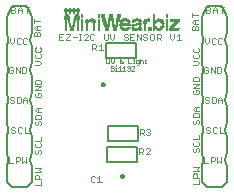
<source format=gto>
G75*
%MOIN*%
%OFA0B0*%
%FSLAX24Y24*%
%IPPOS*%
%LPD*%
%AMOC8*
5,1,8,0,0,1.08239X$1,22.5*
%
%ADD10C,0.0040*%
%ADD11C,0.0080*%
%ADD12C,0.0010*%
%ADD13C,0.0050*%
%ADD14C,0.0160*%
%ADD15C,0.0020*%
%ADD16R,0.0042X0.0007*%
%ADD17R,0.0035X0.0007*%
%ADD18R,0.0028X0.0007*%
%ADD19R,0.0099X0.0007*%
%ADD20R,0.0106X0.0007*%
%ADD21R,0.0092X0.0007*%
%ADD22R,0.0120X0.0007*%
%ADD23R,0.0113X0.0007*%
%ADD24R,0.0085X0.0007*%
%ADD25R,0.0333X0.0007*%
%ADD26R,0.0099X0.0007*%
%ADD27R,0.0106X0.0007*%
%ADD28R,0.0092X0.0007*%
%ADD29R,0.0163X0.0007*%
%ADD30R,0.0149X0.0007*%
%ADD31R,0.0092X0.0007*%
%ADD32R,0.0127X0.0007*%
%ADD33R,0.0333X0.0007*%
%ADD34R,0.0099X0.0007*%
%ADD35R,0.0106X0.0007*%
%ADD36R,0.0092X0.0007*%
%ADD37R,0.0113X0.0007*%
%ADD38R,0.0191X0.0007*%
%ADD39R,0.0177X0.0007*%
%ADD40R,0.0092X0.0007*%
%ADD41R,0.0149X0.0007*%
%ADD42R,0.0333X0.0007*%
%ADD43R,0.0120X0.0007*%
%ADD44R,0.0212X0.0007*%
%ADD45R,0.0191X0.0007*%
%ADD46R,0.0092X0.0007*%
%ADD47R,0.0177X0.0007*%
%ADD48R,0.0120X0.0007*%
%ADD49R,0.0234X0.0007*%
%ADD50R,0.0205X0.0007*%
%ADD51R,0.0099X0.0007*%
%ADD52R,0.0120X0.0007*%
%ADD53R,0.0092X0.0007*%
%ADD54R,0.0113X0.0007*%
%ADD55R,0.0120X0.0007*%
%ADD56R,0.0255X0.0007*%
%ADD57R,0.0220X0.0007*%
%ADD58R,0.0092X0.0007*%
%ADD59R,0.0106X0.0007*%
%ADD60R,0.0198X0.0007*%
%ADD61R,0.0333X0.0007*%
%ADD62R,0.0135X0.0007*%
%ADD63R,0.0127X0.0007*%
%ADD64R,0.0269X0.0007*%
%ADD65R,0.0326X0.0007*%
%ADD66R,0.0212X0.0007*%
%ADD67R,0.0135X0.0007*%
%ADD68R,0.0127X0.0007*%
%ADD69R,0.0127X0.0007*%
%ADD70R,0.0283X0.0007*%
%ADD71R,0.0333X0.0007*%
%ADD72R,0.0227X0.0007*%
%ADD73R,0.0135X0.0007*%
%ADD74R,0.0127X0.0007*%
%ADD75R,0.0290X0.0007*%
%ADD76R,0.0333X0.0007*%
%ADD77R,0.0135X0.0007*%
%ADD78R,0.0297X0.0007*%
%ADD79R,0.0340X0.0007*%
%ADD80R,0.0149X0.0007*%
%ADD81R,0.0135X0.0007*%
%ADD82R,0.0142X0.0007*%
%ADD83R,0.0312X0.0007*%
%ADD84R,0.0156X0.0007*%
%ADD85R,0.0340X0.0007*%
%ADD86R,0.0142X0.0007*%
%ADD87R,0.0120X0.0007*%
%ADD88R,0.0142X0.0007*%
%ADD89R,0.0326X0.0007*%
%ADD90R,0.0149X0.0007*%
%ADD91R,0.0142X0.0007*%
%ADD92R,0.0106X0.0007*%
%ADD93R,0.0127X0.0007*%
%ADD94R,0.0135X0.0007*%
%ADD95R,0.0113X0.0007*%
%ADD96R,0.0163X0.0007*%
%ADD97R,0.0163X0.0007*%
%ADD98R,0.0156X0.0007*%
%ADD99R,0.0113X0.0007*%
%ADD100R,0.0120X0.0007*%
%ADD101R,0.0163X0.0007*%
%ADD102R,0.0163X0.0007*%
%ADD103R,0.0085X0.0007*%
%ADD104R,0.0170X0.0007*%
%ADD105R,0.0177X0.0007*%
%ADD106R,0.0085X0.0007*%
%ADD107R,0.0078X0.0007*%
%ADD108R,0.0177X0.0007*%
%ADD109R,0.0106X0.0007*%
%ADD110R,0.0113X0.0007*%
%ADD111R,0.0085X0.0007*%
%ADD112R,0.0177X0.0007*%
%ADD113R,0.0085X0.0007*%
%ADD114R,0.0177X0.0007*%
%ADD115R,0.0177X0.0007*%
%ADD116R,0.0099X0.0007*%
%ADD117R,0.0184X0.0007*%
%ADD118R,0.0099X0.0007*%
%ADD119R,0.0368X0.0007*%
%ADD120R,0.0191X0.0007*%
%ADD121R,0.0368X0.0007*%
%ADD122R,0.0163X0.0007*%
%ADD123R,0.0184X0.0007*%
%ADD124R,0.0368X0.0007*%
%ADD125R,0.0290X0.0007*%
%ADD126R,0.0113X0.0007*%
%ADD127R,0.0085X0.0007*%
%ADD128R,0.0368X0.0007*%
%ADD129R,0.0276X0.0007*%
%ADD130R,0.0361X0.0007*%
%ADD131R,0.0255X0.0007*%
%ADD132R,0.0085X0.0007*%
%ADD133R,0.0361X0.0007*%
%ADD134R,0.0220X0.0007*%
%ADD135R,0.0361X0.0007*%
%ADD136R,0.0099X0.0007*%
%ADD137R,0.0106X0.0007*%
%ADD138R,0.0106X0.0007*%
%ADD139R,0.0120X0.0007*%
%ADD140R,0.0219X0.0007*%
%ADD141R,0.0142X0.0007*%
%ADD142R,0.0219X0.0007*%
%ADD143R,0.0312X0.0007*%
%ADD144R,0.0219X0.0007*%
%ADD145R,0.0347X0.0007*%
%ADD146R,0.0312X0.0007*%
%ADD147R,0.0304X0.0007*%
%ADD148R,0.0340X0.0007*%
%ADD149R,0.0312X0.0007*%
%ADD150R,0.0234X0.0007*%
%ADD151R,0.0297X0.0007*%
%ADD152R,0.0219X0.0007*%
%ADD153R,0.0312X0.0007*%
%ADD154R,0.0227X0.0007*%
%ADD155R,0.0283X0.0007*%
%ADD156R,0.0290X0.0007*%
%ADD157R,0.0269X0.0007*%
%ADD158R,0.0205X0.0007*%
%ADD159R,0.0184X0.0007*%
%ADD160R,0.0255X0.0007*%
%ADD161R,0.0198X0.0007*%
%ADD162R,0.0191X0.0007*%
%ADD163R,0.0184X0.0007*%
%ADD164R,0.0241X0.0007*%
%ADD165R,0.0255X0.0007*%
%ADD166R,0.0191X0.0007*%
%ADD167R,0.0198X0.0007*%
%ADD168R,0.0184X0.0007*%
%ADD169R,0.0234X0.0007*%
%ADD170R,0.0212X0.0007*%
%ADD171R,0.0184X0.0007*%
%ADD172R,0.0170X0.0007*%
%ADD173R,0.0170X0.0007*%
%ADD174R,0.0156X0.0007*%
%ADD175R,0.0035X0.0007*%
%ADD176R,0.0170X0.0007*%
%ADD177R,0.0042X0.0007*%
%ADD178R,0.0064X0.0007*%
%ADD179R,0.0028X0.0007*%
%ADD180R,0.0035X0.0007*%
%ADD181R,0.0156X0.0007*%
%ADD182R,0.0177X0.0007*%
%ADD183R,0.0170X0.0007*%
%ADD184R,0.0028X0.0007*%
%ADD185R,0.0028X0.0007*%
%ADD186R,0.0057X0.0007*%
%ADD187R,0.0057X0.0007*%
%ADD188R,0.0042X0.0007*%
%ADD189R,0.0043X0.0007*%
%ADD190R,0.0050X0.0007*%
%ADD191R,0.0050X0.0007*%
%ADD192R,0.0043X0.0007*%
%ADD193R,0.0043X0.0007*%
%ADD194R,0.0035X0.0007*%
%ADD195R,0.0035X0.0007*%
%ADD196R,0.0078X0.0007*%
%ADD197R,0.0064X0.0007*%
D10*
X001150Y001386D02*
X001283Y001386D01*
X001371Y001386D02*
X001371Y001586D01*
X001471Y001586D01*
X001504Y001553D01*
X001504Y001486D01*
X001471Y001453D01*
X001371Y001453D01*
X001150Y001386D02*
X001150Y001586D01*
X001592Y001586D02*
X001592Y001386D01*
X001659Y001453D01*
X001725Y001386D01*
X001725Y001586D01*
X002004Y001719D02*
X002038Y001685D01*
X002071Y001685D01*
X002104Y001719D01*
X002104Y001785D01*
X002138Y001819D01*
X002171Y001819D01*
X002204Y001785D01*
X002204Y001719D01*
X002171Y001685D01*
X002004Y001719D02*
X002004Y001785D01*
X002038Y001819D01*
X002038Y001906D02*
X002171Y001906D01*
X002204Y001940D01*
X002204Y002006D01*
X002171Y002040D01*
X002204Y002127D02*
X002204Y002261D01*
X002204Y002127D02*
X002004Y002127D01*
X002038Y002040D02*
X002004Y002006D01*
X002004Y001940D01*
X002038Y001906D01*
X001804Y002370D02*
X001671Y002370D01*
X001671Y002571D01*
X001583Y002537D02*
X001550Y002571D01*
X001483Y002571D01*
X001450Y002537D01*
X001450Y002404D01*
X001483Y002370D01*
X001550Y002370D01*
X001583Y002404D01*
X001362Y002404D02*
X001329Y002370D01*
X001262Y002370D01*
X001229Y002404D01*
X001262Y002470D02*
X001329Y002470D01*
X001362Y002437D01*
X001362Y002404D01*
X001262Y002470D02*
X001229Y002504D01*
X001229Y002537D01*
X001262Y002571D01*
X001329Y002571D01*
X001362Y002537D01*
X002012Y002679D02*
X002045Y002646D01*
X002079Y002646D01*
X002112Y002679D01*
X002112Y002746D01*
X002146Y002779D01*
X002179Y002779D01*
X002212Y002746D01*
X002212Y002679D01*
X002179Y002646D01*
X002012Y002679D02*
X002012Y002746D01*
X002045Y002779D01*
X002012Y002867D02*
X002012Y002967D01*
X002045Y003000D01*
X002179Y003000D01*
X002212Y002967D01*
X002212Y002867D01*
X002012Y002867D01*
X002079Y003088D02*
X002012Y003155D01*
X002079Y003221D01*
X002212Y003221D01*
X002112Y003221D02*
X002112Y003088D01*
X002079Y003088D02*
X002212Y003088D01*
X001765Y003394D02*
X001765Y003527D01*
X001698Y003594D01*
X001631Y003527D01*
X001631Y003394D01*
X001544Y003427D02*
X001544Y003561D01*
X001510Y003594D01*
X001410Y003594D01*
X001410Y003394D01*
X001510Y003394D01*
X001544Y003427D01*
X001631Y003494D02*
X001765Y003494D01*
X002012Y003624D02*
X002012Y003691D01*
X002045Y003724D01*
X002012Y003691D01*
X002012Y003624D01*
X002045Y003591D01*
X002179Y003591D01*
X002212Y003624D01*
X002212Y003691D01*
X002179Y003724D01*
X002112Y003724D01*
X002112Y003658D01*
X002112Y003724D01*
X002179Y003724D01*
X002212Y003691D01*
X002212Y003624D01*
X002179Y003591D01*
X002045Y003591D01*
X002012Y003624D01*
X002012Y003812D02*
X002212Y003945D01*
X002012Y003945D01*
X002212Y003945D01*
X002012Y003812D01*
X002212Y003812D01*
X002012Y003812D01*
X002012Y004033D02*
X002012Y004133D01*
X002045Y004166D01*
X002179Y004166D01*
X002212Y004133D01*
X002212Y004033D01*
X002012Y004033D01*
X002012Y004133D01*
X002045Y004166D01*
X002179Y004166D01*
X002212Y004133D01*
X002212Y004033D01*
X002012Y004033D01*
X001692Y004378D02*
X001592Y004378D01*
X001592Y004578D01*
X001692Y004578D01*
X001725Y004545D01*
X001725Y004412D01*
X001692Y004378D01*
X001504Y004378D02*
X001504Y004578D01*
X001371Y004578D02*
X001504Y004378D01*
X001371Y004378D02*
X001371Y004578D01*
X001283Y004545D02*
X001250Y004578D01*
X001183Y004578D01*
X001150Y004545D01*
X001150Y004412D01*
X001183Y004378D01*
X001250Y004378D01*
X001283Y004412D01*
X001283Y004478D01*
X001217Y004478D01*
X002016Y004660D02*
X002149Y004660D01*
X002216Y004727D01*
X002149Y004794D01*
X002016Y004794D01*
X002049Y004881D02*
X002183Y004881D01*
X002216Y004915D01*
X002216Y004981D01*
X002183Y005015D01*
X002183Y005102D02*
X002216Y005136D01*
X002216Y005202D01*
X002183Y005236D01*
X002049Y005236D02*
X002016Y005202D01*
X002016Y005136D01*
X002049Y005102D01*
X002183Y005102D01*
X002049Y005015D02*
X002016Y004981D01*
X002016Y004915D01*
X002049Y004881D01*
X001731Y005363D02*
X001665Y005363D01*
X001631Y005396D01*
X001631Y005529D01*
X001665Y005563D01*
X001731Y005563D01*
X001765Y005529D01*
X001765Y005396D02*
X001731Y005363D01*
X001544Y005396D02*
X001510Y005363D01*
X001444Y005363D01*
X001410Y005396D01*
X001410Y005529D01*
X001444Y005563D01*
X001510Y005563D01*
X001544Y005529D01*
X001323Y005563D02*
X001323Y005429D01*
X001256Y005363D01*
X001189Y005429D01*
X001189Y005563D01*
X002000Y005607D02*
X002000Y005707D01*
X002034Y005740D01*
X002067Y005740D01*
X002100Y005707D01*
X002100Y005607D01*
X002200Y005607D02*
X002000Y005607D01*
X002100Y005707D02*
X002134Y005740D01*
X002167Y005740D01*
X002200Y005707D01*
X002200Y005607D01*
X002200Y005828D02*
X002067Y005828D01*
X002000Y005895D01*
X002067Y005961D01*
X002200Y005961D01*
X002100Y005961D02*
X002100Y005828D01*
X002000Y006049D02*
X002000Y006182D01*
X002000Y006116D02*
X002200Y006116D01*
X001737Y006386D02*
X001737Y006586D01*
X001671Y006586D02*
X001804Y006586D01*
X001583Y006520D02*
X001583Y006386D01*
X001583Y006486D02*
X001450Y006486D01*
X001450Y006520D02*
X001450Y006386D01*
X001362Y006420D02*
X001329Y006386D01*
X001229Y006386D01*
X001229Y006586D01*
X001329Y006586D01*
X001362Y006553D01*
X001362Y006520D01*
X001329Y006486D01*
X001229Y006486D01*
X001329Y006486D02*
X001362Y006453D01*
X001362Y006420D01*
X001450Y006520D02*
X001516Y006586D01*
X001583Y006520D01*
X002835Y005683D02*
X002835Y005483D01*
X002969Y005483D01*
X003056Y005483D02*
X003190Y005483D01*
X003277Y005583D02*
X003411Y005583D01*
X003498Y005483D02*
X003565Y005483D01*
X003532Y005483D02*
X003532Y005683D01*
X003565Y005683D02*
X003498Y005683D01*
X003646Y005649D02*
X003679Y005683D01*
X003746Y005683D01*
X003779Y005649D01*
X003779Y005616D01*
X003646Y005483D01*
X003779Y005483D01*
X003867Y005516D02*
X003900Y005483D01*
X003967Y005483D01*
X004000Y005516D01*
X003867Y005516D02*
X003867Y005649D01*
X003900Y005683D01*
X003967Y005683D01*
X004000Y005649D01*
X004309Y005683D02*
X004309Y005516D01*
X004342Y005483D01*
X004409Y005483D01*
X004442Y005516D01*
X004442Y005683D01*
X004530Y005683D02*
X004530Y005549D01*
X004596Y005483D01*
X004663Y005549D01*
X004663Y005683D01*
X004972Y005649D02*
X004972Y005616D01*
X005005Y005583D01*
X005072Y005583D01*
X005105Y005549D01*
X005105Y005516D01*
X005072Y005483D01*
X005005Y005483D01*
X004972Y005516D01*
X004972Y005649D02*
X005005Y005683D01*
X005072Y005683D01*
X005105Y005649D01*
X005193Y005683D02*
X005193Y005483D01*
X005326Y005483D01*
X005414Y005483D02*
X005414Y005683D01*
X005547Y005483D01*
X005547Y005683D01*
X005635Y005649D02*
X005635Y005616D01*
X005668Y005583D01*
X005735Y005583D01*
X005768Y005549D01*
X005768Y005516D01*
X005735Y005483D01*
X005668Y005483D01*
X005635Y005516D01*
X005635Y005649D02*
X005668Y005683D01*
X005735Y005683D01*
X005768Y005649D01*
X005856Y005649D02*
X005856Y005516D01*
X005889Y005483D01*
X005956Y005483D01*
X005989Y005516D01*
X005989Y005649D01*
X005956Y005683D01*
X005889Y005683D01*
X005856Y005649D01*
X006077Y005683D02*
X006077Y005483D01*
X006077Y005549D02*
X006177Y005549D01*
X006210Y005583D01*
X006210Y005649D01*
X006177Y005683D01*
X006077Y005683D01*
X006143Y005549D02*
X006210Y005483D01*
X006519Y005549D02*
X006585Y005483D01*
X006652Y005549D01*
X006652Y005683D01*
X006740Y005616D02*
X006806Y005683D01*
X006806Y005483D01*
X006740Y005483D02*
X006873Y005483D01*
X006519Y005549D02*
X006519Y005683D01*
X007264Y005807D02*
X007264Y005907D01*
X007297Y005941D01*
X007331Y005941D01*
X007364Y005907D01*
X007364Y005807D01*
X007464Y005807D02*
X007264Y005807D01*
X007364Y005907D02*
X007398Y005941D01*
X007431Y005941D01*
X007464Y005907D01*
X007464Y005807D01*
X007464Y006028D02*
X007331Y006028D01*
X007264Y006095D01*
X007331Y006162D01*
X007464Y006162D01*
X007364Y006162D02*
X007364Y006028D01*
X007264Y006249D02*
X007264Y006383D01*
X007264Y006316D02*
X007464Y006316D01*
X007729Y006386D02*
X007829Y006386D01*
X007862Y006420D01*
X007862Y006453D01*
X007829Y006486D01*
X007729Y006486D01*
X007829Y006486D02*
X007862Y006520D01*
X007862Y006553D01*
X007829Y006586D01*
X007729Y006586D01*
X007729Y006386D01*
X007950Y006386D02*
X007950Y006520D01*
X008016Y006586D01*
X008083Y006520D01*
X008083Y006386D01*
X008083Y006486D02*
X007950Y006486D01*
X008171Y006586D02*
X008304Y006586D01*
X008237Y006586D02*
X008237Y006386D01*
X008231Y005563D02*
X008165Y005563D01*
X008131Y005529D01*
X008131Y005396D01*
X008165Y005363D01*
X008231Y005363D01*
X008265Y005396D01*
X008265Y005529D02*
X008231Y005563D01*
X008044Y005529D02*
X008010Y005563D01*
X007944Y005563D01*
X007910Y005529D01*
X007910Y005396D01*
X007944Y005363D01*
X008010Y005363D01*
X008044Y005396D01*
X007823Y005429D02*
X007823Y005563D01*
X007689Y005563D02*
X007689Y005429D01*
X007756Y005363D01*
X007823Y005429D01*
X007488Y005200D02*
X007488Y005133D01*
X007455Y005100D01*
X007321Y005100D01*
X007288Y005133D01*
X007288Y005200D01*
X007321Y005233D01*
X007455Y005233D02*
X007488Y005200D01*
X007455Y005012D02*
X007488Y004979D01*
X007488Y004912D01*
X007455Y004879D01*
X007321Y004879D01*
X007288Y004912D01*
X007288Y004979D01*
X007321Y005012D01*
X007288Y004791D02*
X007421Y004791D01*
X007488Y004725D01*
X007421Y004658D01*
X007288Y004658D01*
X007650Y004545D02*
X007650Y004412D01*
X007683Y004378D01*
X007750Y004378D01*
X007783Y004412D01*
X007783Y004478D01*
X007717Y004478D01*
X007783Y004545D02*
X007750Y004578D01*
X007683Y004578D01*
X007650Y004545D01*
X007871Y004578D02*
X007871Y004378D01*
X008004Y004378D02*
X008004Y004578D01*
X008092Y004578D02*
X008192Y004578D01*
X008225Y004545D01*
X008225Y004412D01*
X008192Y004378D01*
X008092Y004378D01*
X008092Y004578D01*
X008004Y004378D02*
X007871Y004578D01*
X007488Y004216D02*
X007455Y004249D01*
X007321Y004249D01*
X007288Y004216D01*
X007288Y004116D01*
X007488Y004116D01*
X007488Y004216D01*
X007488Y004028D02*
X007288Y004028D01*
X007288Y003895D02*
X007488Y004028D01*
X007488Y003895D02*
X007288Y003895D01*
X007321Y003807D02*
X007288Y003774D01*
X007288Y003707D01*
X007321Y003674D01*
X007455Y003674D01*
X007488Y003707D01*
X007488Y003774D01*
X007455Y003807D01*
X007388Y003807D01*
X007388Y003740D01*
X007689Y003561D02*
X007689Y003527D01*
X007723Y003494D01*
X007789Y003494D01*
X007823Y003461D01*
X007823Y003427D01*
X007789Y003394D01*
X007723Y003394D01*
X007689Y003427D01*
X007689Y003561D02*
X007723Y003594D01*
X007789Y003594D01*
X007823Y003561D01*
X007910Y003594D02*
X008010Y003594D01*
X008044Y003561D01*
X008044Y003427D01*
X008010Y003394D01*
X007910Y003394D01*
X007910Y003594D01*
X008131Y003527D02*
X008131Y003394D01*
X008131Y003494D02*
X008265Y003494D01*
X008265Y003527D02*
X008265Y003394D01*
X008265Y003527D02*
X008198Y003594D01*
X008131Y003527D01*
X007488Y003265D02*
X007354Y003265D01*
X007288Y003198D01*
X007354Y003131D01*
X007488Y003131D01*
X007455Y003044D02*
X007321Y003044D01*
X007288Y003010D01*
X007288Y002910D01*
X007488Y002910D01*
X007488Y003010D01*
X007455Y003044D01*
X007388Y003131D02*
X007388Y003265D01*
X007421Y002823D02*
X007455Y002823D01*
X007488Y002789D01*
X007488Y002723D01*
X007455Y002689D01*
X007388Y002723D02*
X007388Y002789D01*
X007421Y002823D01*
X007321Y002823D02*
X007288Y002789D01*
X007288Y002723D01*
X007321Y002689D01*
X007354Y002689D01*
X007388Y002723D01*
X007729Y002537D02*
X007729Y002504D01*
X007762Y002470D01*
X007829Y002470D01*
X007862Y002437D01*
X007862Y002404D01*
X007829Y002370D01*
X007762Y002370D01*
X007729Y002404D01*
X007729Y002537D02*
X007762Y002571D01*
X007829Y002571D01*
X007862Y002537D01*
X007950Y002537D02*
X007983Y002571D01*
X008050Y002571D01*
X008083Y002537D01*
X008171Y002571D02*
X008171Y002370D01*
X008304Y002370D01*
X008083Y002404D02*
X008050Y002370D01*
X007983Y002370D01*
X007950Y002404D01*
X007950Y002537D01*
X007488Y002320D02*
X007488Y002186D01*
X007288Y002186D01*
X007321Y002099D02*
X007288Y002065D01*
X007288Y001999D01*
X007321Y001965D01*
X007455Y001965D01*
X007488Y001999D01*
X007488Y002065D01*
X007455Y002099D01*
X007455Y001878D02*
X007421Y001878D01*
X007388Y001844D01*
X007388Y001778D01*
X007354Y001744D01*
X007321Y001744D01*
X007288Y001778D01*
X007288Y001844D01*
X007321Y001878D01*
X007455Y001878D02*
X007488Y001844D01*
X007488Y001778D01*
X007455Y001744D01*
X007650Y001586D02*
X007650Y001386D01*
X007783Y001386D01*
X007871Y001386D02*
X007871Y001586D01*
X007971Y001586D01*
X008004Y001553D01*
X008004Y001486D01*
X007971Y001453D01*
X007871Y001453D01*
X008092Y001386D02*
X008159Y001453D01*
X008225Y001386D01*
X008225Y001586D01*
X008092Y001586D02*
X008092Y001386D01*
X007488Y001257D02*
X007288Y001257D01*
X007421Y001190D02*
X007488Y001257D01*
X007421Y001190D02*
X007488Y001123D01*
X007288Y001123D01*
X007321Y001036D02*
X007388Y001036D01*
X007421Y001002D01*
X007421Y000902D01*
X007488Y000902D02*
X007288Y000902D01*
X007288Y001002D01*
X007321Y001036D01*
X007488Y000815D02*
X007488Y000681D01*
X007288Y000681D01*
X005854Y001689D02*
X005720Y001689D01*
X005854Y001823D01*
X005854Y001856D01*
X005820Y001889D01*
X005753Y001889D01*
X005720Y001856D01*
X005633Y001856D02*
X005633Y001789D01*
X005599Y001756D01*
X005499Y001756D01*
X005566Y001756D02*
X005633Y001689D01*
X005499Y001689D02*
X005499Y001889D01*
X005599Y001889D01*
X005633Y001856D01*
X005648Y002319D02*
X005582Y002386D01*
X005615Y002386D02*
X005648Y002419D01*
X005648Y002486D01*
X005615Y002519D01*
X005515Y002519D01*
X005515Y002319D01*
X005515Y002386D02*
X005615Y002386D01*
X005736Y002352D02*
X005769Y002319D01*
X005836Y002319D01*
X005869Y002352D01*
X005869Y002386D01*
X005836Y002419D01*
X005803Y002419D01*
X005836Y002419D02*
X005869Y002452D01*
X005869Y002486D01*
X005836Y002519D01*
X005769Y002519D01*
X005736Y002486D01*
X004287Y005162D02*
X004153Y005162D01*
X004220Y005162D02*
X004220Y005362D01*
X004153Y005295D01*
X004066Y005328D02*
X004066Y005262D01*
X004032Y005228D01*
X003932Y005228D01*
X003932Y005162D02*
X003932Y005362D01*
X004032Y005362D01*
X004066Y005328D01*
X003999Y005228D02*
X004066Y005162D01*
X003190Y005649D02*
X003056Y005516D01*
X003056Y005483D01*
X002902Y005583D02*
X002835Y005583D01*
X002835Y005683D02*
X002969Y005683D01*
X003056Y005683D02*
X003190Y005683D01*
X003190Y005649D01*
X005193Y005683D02*
X005326Y005683D01*
X005259Y005583D02*
X005193Y005583D01*
X001323Y003561D02*
X001289Y003594D01*
X001223Y003594D01*
X001189Y003561D01*
X001189Y003527D01*
X001223Y003494D01*
X001289Y003494D01*
X001323Y003461D01*
X001323Y003427D01*
X001289Y003394D01*
X001223Y003394D01*
X001189Y003427D01*
X002012Y001214D02*
X002212Y001214D01*
X002146Y001147D01*
X002212Y001080D01*
X002012Y001080D01*
X002045Y000993D02*
X002112Y000993D01*
X002146Y000959D01*
X002146Y000859D01*
X002212Y000859D02*
X002012Y000859D01*
X002012Y000959D01*
X002045Y000993D01*
X002212Y000772D02*
X002212Y000638D01*
X002012Y000638D01*
D11*
X001250Y000579D02*
X001079Y000750D01*
X001079Y001250D01*
X001132Y001500D01*
X001079Y001750D01*
X001079Y002250D01*
X001132Y002500D01*
X001079Y002750D01*
X001079Y003250D01*
X001132Y003500D01*
X001079Y003750D01*
X001079Y004250D01*
X001132Y004500D01*
X001079Y004750D01*
X001079Y005250D01*
X001132Y005500D01*
X001079Y005750D01*
X001079Y006250D01*
X001250Y006618D01*
X001750Y006618D01*
X001921Y006250D01*
X001921Y005750D01*
X001868Y005500D01*
X001921Y005250D01*
X001921Y004750D01*
X001868Y004500D01*
X001921Y004250D01*
X001921Y003750D01*
X001868Y003500D01*
X001921Y003250D01*
X001921Y002750D01*
X001868Y002500D01*
X001921Y002250D01*
X001921Y001750D01*
X001868Y001500D01*
X001921Y001250D01*
X001921Y000750D01*
X001750Y000579D01*
X001250Y000579D01*
X004429Y001435D02*
X005429Y001435D01*
X005429Y001935D01*
X004429Y001935D01*
X004429Y001435D01*
X004445Y002124D02*
X005445Y002124D01*
X005445Y002624D01*
X004445Y002624D01*
X004445Y002124D01*
X007579Y002250D02*
X007579Y001750D01*
X007632Y001500D01*
X007579Y001250D01*
X007579Y000750D01*
X007750Y000579D01*
X008250Y000579D01*
X008421Y000750D01*
X008421Y001250D01*
X008368Y001500D01*
X008421Y001750D01*
X008421Y002250D01*
X008368Y002500D01*
X008421Y002750D01*
X008421Y003250D01*
X008368Y003500D01*
X008421Y003750D01*
X008421Y004250D01*
X008368Y004500D01*
X008421Y004750D01*
X008421Y005250D01*
X008368Y005500D01*
X008421Y005750D01*
X008421Y006250D01*
X008250Y006618D01*
X007750Y006618D01*
X007579Y006250D01*
X007579Y005750D01*
X007632Y005500D01*
X007579Y005250D01*
X007579Y004750D01*
X007632Y004500D01*
X007579Y004250D01*
X007579Y003750D01*
X007632Y003500D01*
X007579Y003250D01*
X007579Y002750D01*
X007632Y002500D01*
X007579Y002250D01*
X005370Y004900D02*
X004370Y004900D01*
X004370Y005400D01*
X005370Y005400D01*
X005370Y004900D01*
D12*
X005304Y004879D02*
X005304Y004854D01*
X005304Y004804D02*
X005304Y004704D01*
X005279Y004704D02*
X005329Y004704D01*
X005377Y004729D02*
X005377Y004779D01*
X005402Y004804D01*
X005477Y004804D01*
X005477Y004679D01*
X005452Y004654D01*
X005427Y004654D01*
X005402Y004704D02*
X005477Y004704D01*
X005524Y004704D02*
X005524Y004854D01*
X005549Y004804D02*
X005524Y004779D01*
X005549Y004804D02*
X005599Y004804D01*
X005624Y004779D01*
X005624Y004704D01*
X005697Y004729D02*
X005722Y004704D01*
X005697Y004729D02*
X005697Y004829D01*
X005672Y004804D02*
X005722Y004804D01*
X005402Y004704D02*
X005377Y004729D01*
X005304Y004804D02*
X005279Y004804D01*
X005231Y004704D02*
X005131Y004704D01*
X005131Y004854D01*
X004937Y004754D02*
X004887Y004704D01*
X004862Y004704D01*
X004837Y004729D01*
X004837Y004754D01*
X004887Y004804D01*
X004887Y004829D01*
X004862Y004854D01*
X004837Y004829D01*
X004837Y004804D01*
X004937Y004704D01*
X004985Y004614D02*
X004985Y004464D01*
X004935Y004464D02*
X005035Y004464D01*
X005082Y004489D02*
X005107Y004464D01*
X005157Y004464D01*
X005182Y004489D01*
X005182Y004514D01*
X005157Y004539D01*
X005132Y004539D01*
X005157Y004539D02*
X005182Y004564D01*
X005182Y004589D01*
X005157Y004614D01*
X005107Y004614D01*
X005082Y004589D01*
X004985Y004614D02*
X004935Y004564D01*
X004838Y004614D02*
X004838Y004464D01*
X004788Y004464D02*
X004888Y004464D01*
X004788Y004564D02*
X004838Y004614D01*
X004714Y004614D02*
X004714Y004639D01*
X004714Y004564D02*
X004714Y004464D01*
X004689Y004464D02*
X004739Y004464D01*
X004642Y004489D02*
X004617Y004464D01*
X004567Y004464D01*
X004542Y004489D01*
X004567Y004539D02*
X004617Y004539D01*
X004642Y004514D01*
X004642Y004489D01*
X004689Y004564D02*
X004714Y004564D01*
X004642Y004589D02*
X004617Y004614D01*
X004567Y004614D01*
X004542Y004589D01*
X004542Y004564D01*
X004567Y004539D01*
X004592Y004704D02*
X004542Y004754D01*
X004542Y004854D01*
X004495Y004854D02*
X004495Y004729D01*
X004470Y004704D01*
X004420Y004704D01*
X004395Y004729D01*
X004395Y004854D01*
X004642Y004854D02*
X004642Y004754D01*
X004592Y004704D01*
X005230Y004589D02*
X005255Y004614D01*
X005305Y004614D01*
X005330Y004589D01*
X005330Y004564D01*
X005230Y004464D01*
X005330Y004464D01*
D13*
X004240Y004009D02*
X004242Y004022D01*
X004247Y004035D01*
X004256Y004046D01*
X004267Y004053D01*
X004280Y004058D01*
X004293Y004059D01*
X004307Y004056D01*
X004319Y004050D01*
X004329Y004041D01*
X004336Y004029D01*
X004340Y004016D01*
X004340Y004002D01*
X004336Y003989D01*
X004329Y003977D01*
X004319Y003968D01*
X004307Y003962D01*
X004293Y003959D01*
X004280Y003960D01*
X004267Y003965D01*
X004256Y003972D01*
X004247Y003983D01*
X004242Y003996D01*
X004240Y004009D01*
D14*
X004921Y000961D02*
X004921Y000937D01*
D15*
X004240Y000742D02*
X004094Y000742D01*
X004167Y000742D02*
X004167Y000962D01*
X004094Y000888D01*
X004019Y000925D02*
X003983Y000962D01*
X003909Y000962D01*
X003873Y000925D01*
X003873Y000778D01*
X003909Y000742D01*
X003983Y000742D01*
X004019Y000778D01*
D16*
X005034Y005779D03*
X003498Y006431D03*
X003483Y006473D03*
X003413Y006431D03*
X003413Y006424D03*
X003363Y006431D03*
X003349Y006473D03*
X003278Y006431D03*
X003278Y006424D03*
X003229Y006431D03*
X003214Y006473D03*
X003186Y006374D03*
X003051Y006374D03*
X003009Y006424D03*
X003009Y006431D03*
X003080Y006473D03*
X003321Y006374D03*
X003455Y006374D03*
D17*
X003048Y006523D03*
X005363Y005779D03*
D18*
X005834Y006183D03*
X006160Y005779D03*
D19*
X006160Y005787D03*
X006273Y005935D03*
X006273Y005949D03*
X006273Y005985D03*
X006273Y005999D03*
X006266Y006049D03*
X006415Y006049D03*
X006415Y006034D03*
X006415Y005999D03*
X006415Y005985D03*
X006415Y005949D03*
X006415Y005935D03*
X006415Y005900D03*
X006415Y005886D03*
X006415Y005857D03*
X006415Y005836D03*
X006415Y005808D03*
X006415Y005787D03*
X006415Y006077D03*
X006415Y006098D03*
X006415Y006126D03*
X006415Y006148D03*
X006415Y006226D03*
X006415Y006254D03*
X006415Y006275D03*
X006415Y006303D03*
X006004Y006034D03*
X005679Y005999D03*
X005679Y005985D03*
X005679Y005949D03*
X005679Y005935D03*
X005679Y005900D03*
X005679Y005886D03*
X005679Y005857D03*
X005679Y005836D03*
X005679Y005808D03*
X005679Y005787D03*
X005530Y005935D03*
X005530Y005949D03*
X005530Y006049D03*
X005530Y006077D03*
X005303Y006077D03*
X005296Y005935D03*
X005155Y005900D03*
X005147Y005886D03*
X005155Y006034D03*
X005140Y006077D03*
X004900Y006049D03*
X004900Y006034D03*
X004772Y006077D03*
X004765Y006049D03*
X004758Y006034D03*
X004751Y005999D03*
X004744Y005985D03*
X004623Y006034D03*
X004609Y006098D03*
X004361Y005985D03*
X004418Y005787D03*
X004687Y005787D03*
X004907Y005900D03*
X003993Y005900D03*
X003993Y005886D03*
X003993Y005857D03*
X003993Y005836D03*
X003993Y005808D03*
X003993Y005787D03*
X003993Y005935D03*
X003993Y005949D03*
X003993Y005985D03*
X003993Y005999D03*
X003993Y006034D03*
X003993Y006049D03*
X003745Y006049D03*
X003745Y006034D03*
X003597Y006034D03*
X003597Y006049D03*
X003597Y006077D03*
X003597Y006098D03*
X003597Y006126D03*
X003597Y006148D03*
X003597Y006226D03*
X003597Y006254D03*
X003597Y006275D03*
X003597Y006303D03*
X003448Y006126D03*
X003448Y006098D03*
X003448Y006077D03*
X003448Y006049D03*
X003448Y006034D03*
X003448Y005999D03*
X003448Y005985D03*
X003448Y005949D03*
X003448Y005935D03*
X003448Y005900D03*
X003448Y005886D03*
X003448Y005857D03*
X003448Y005836D03*
X003448Y005808D03*
X003448Y005787D03*
X003597Y005787D03*
X003597Y005808D03*
X003597Y005836D03*
X003597Y005857D03*
X003597Y005886D03*
X003597Y005900D03*
X003597Y005935D03*
X003597Y005949D03*
X003597Y005985D03*
X003597Y005999D03*
X003044Y005999D03*
X003044Y005985D03*
X003044Y005949D03*
X003044Y005935D03*
X003044Y005900D03*
X003044Y005886D03*
X003044Y005857D03*
X003044Y005836D03*
X003044Y005808D03*
X003044Y005787D03*
X003044Y006034D03*
X003044Y006049D03*
X003044Y006077D03*
X003044Y006098D03*
X003044Y006126D03*
D20*
X003246Y005787D03*
X003983Y006077D03*
X004315Y006148D03*
X004323Y006126D03*
X004330Y006098D03*
X004337Y006077D03*
X004344Y006049D03*
X004358Y005999D03*
X004308Y006176D03*
X004776Y006098D03*
X004783Y006126D03*
X004790Y006148D03*
X004811Y006226D03*
X004818Y006254D03*
X004825Y006275D03*
X004832Y006303D03*
X004910Y006077D03*
X004910Y005886D03*
X005526Y005900D03*
X005526Y006034D03*
X005795Y006148D03*
X006008Y006049D03*
X006008Y005900D03*
X005859Y005886D03*
X005859Y005857D03*
X005859Y005836D03*
X005859Y005808D03*
X005859Y005787D03*
X006263Y005900D03*
D21*
X006001Y005935D03*
X006001Y005949D03*
X006001Y005985D03*
X006001Y005999D03*
X006001Y006126D03*
X006001Y006148D03*
X006001Y006176D03*
X006001Y006226D03*
X006001Y006254D03*
X006001Y006275D03*
X006001Y006303D03*
X005675Y006148D03*
X005675Y006126D03*
X005293Y006049D03*
X005151Y006049D03*
X004896Y005935D03*
X004634Y005985D03*
X004634Y005999D03*
X004620Y006049D03*
X004613Y006077D03*
X004492Y006077D03*
X004485Y006049D03*
X004471Y005985D03*
X004138Y005985D03*
X004138Y005999D03*
X004138Y006034D03*
X004138Y006049D03*
X004138Y006077D03*
X004138Y006098D03*
X004138Y006126D03*
X004138Y006148D03*
X004138Y006226D03*
X004138Y006254D03*
X004138Y006275D03*
X004138Y006303D03*
X003742Y006148D03*
X003742Y006126D03*
X003742Y005999D03*
X003742Y005985D03*
X003742Y005949D03*
X003742Y005935D03*
X003742Y005900D03*
X003742Y005886D03*
X003742Y005857D03*
X003742Y005836D03*
X003742Y005808D03*
X003742Y005787D03*
X004138Y005787D03*
X004138Y005808D03*
X004138Y005836D03*
X004138Y005857D03*
X004138Y005886D03*
X004138Y005900D03*
X004138Y005935D03*
X004138Y005949D03*
X003452Y006403D03*
X003182Y006403D03*
X003048Y006403D03*
X003147Y006126D03*
X003154Y006098D03*
X003161Y006077D03*
X003182Y005999D03*
X003182Y005985D03*
X003197Y005935D03*
X003310Y005985D03*
X003338Y006098D03*
X003345Y006126D03*
X006001Y005836D03*
X006001Y005808D03*
X006001Y005787D03*
D22*
X006015Y005886D03*
X006015Y006077D03*
X005788Y006126D03*
X005031Y006176D03*
X004931Y006098D03*
X005031Y005787D03*
X006716Y006034D03*
D23*
X006684Y005999D03*
X006627Y005935D03*
X006585Y005886D03*
X006252Y005886D03*
X006252Y006077D03*
X005523Y005886D03*
X005360Y005787D03*
X005296Y005857D03*
X005310Y005949D03*
X005317Y006098D03*
X004687Y005808D03*
X004418Y005808D03*
X004291Y006254D03*
X004284Y006275D03*
X004276Y006303D03*
X003753Y006077D03*
D24*
X003321Y006034D03*
X003313Y005999D03*
X003172Y006034D03*
X005537Y005787D03*
D25*
X006666Y005787D03*
X006666Y005808D03*
X006666Y005836D03*
X006666Y005857D03*
D26*
X006415Y005843D03*
X006415Y005794D03*
X006415Y005893D03*
X006415Y005942D03*
X006415Y005992D03*
X006415Y006041D03*
X006415Y006091D03*
X006415Y006141D03*
X006415Y006261D03*
X006415Y006311D03*
X006266Y006041D03*
X006273Y005992D03*
X006273Y005942D03*
X006004Y006041D03*
X005679Y005992D03*
X005679Y005942D03*
X005679Y005893D03*
X005679Y005843D03*
X005679Y005794D03*
X005530Y005942D03*
X005530Y006041D03*
X005310Y006091D03*
X005155Y006041D03*
X005147Y005893D03*
X004907Y005893D03*
X004900Y006041D03*
X004772Y006091D03*
X004758Y006041D03*
X004786Y006141D03*
X004687Y005794D03*
X004418Y005794D03*
X004361Y005992D03*
X004347Y006041D03*
X004333Y006091D03*
X003993Y006041D03*
X003993Y005992D03*
X003993Y005942D03*
X003993Y005893D03*
X003993Y005843D03*
X003993Y005794D03*
X003745Y006041D03*
X003597Y006041D03*
X003597Y005992D03*
X003597Y005942D03*
X003597Y005893D03*
X003597Y005843D03*
X003597Y005794D03*
X003448Y005794D03*
X003448Y005843D03*
X003448Y005893D03*
X003448Y005942D03*
X003448Y005992D03*
X003448Y006041D03*
X003448Y006091D03*
X003597Y006091D03*
X003597Y006141D03*
X003597Y006261D03*
X003597Y006311D03*
X003044Y006091D03*
X003044Y006041D03*
X003044Y005992D03*
X003044Y005942D03*
X003044Y005893D03*
X003044Y005843D03*
X003044Y005794D03*
D27*
X003246Y005794D03*
X004287Y006261D03*
X004323Y006141D03*
X004818Y006261D03*
X005130Y006091D03*
X005300Y005942D03*
X005526Y005893D03*
X005519Y006091D03*
X005859Y005843D03*
X005859Y005794D03*
X006256Y005893D03*
D28*
X006001Y005942D03*
X006001Y005992D03*
X006001Y006141D03*
X006001Y006261D03*
X006001Y006311D03*
X005675Y006141D03*
X006001Y005794D03*
X004634Y005992D03*
X004620Y006041D03*
X004613Y006091D03*
X004485Y006041D03*
X004138Y006041D03*
X004138Y005992D03*
X004138Y005942D03*
X004138Y005893D03*
X004138Y005843D03*
X004138Y005794D03*
X003742Y005794D03*
X003742Y005843D03*
X003742Y005893D03*
X003742Y005942D03*
X003742Y005992D03*
X003742Y006141D03*
X004138Y006141D03*
X004138Y006091D03*
X004138Y006261D03*
X004138Y006311D03*
X003338Y006091D03*
X003324Y006041D03*
X003197Y005942D03*
X003182Y005992D03*
X003154Y006091D03*
D29*
X003416Y006261D03*
X005031Y005794D03*
D30*
X005363Y005794D03*
D31*
X005286Y005893D03*
X005533Y005794D03*
X004747Y005992D03*
X003168Y006041D03*
D32*
X004553Y006261D03*
X004687Y005843D03*
X006160Y005794D03*
D33*
X006121Y005843D03*
X006666Y005843D03*
X006666Y005794D03*
D34*
X006415Y005801D03*
X006415Y005815D03*
X006415Y005829D03*
X006415Y005850D03*
X006415Y005864D03*
X006415Y005879D03*
X006415Y005907D03*
X006415Y005914D03*
X006415Y005928D03*
X006415Y005956D03*
X006415Y005971D03*
X006415Y005978D03*
X006415Y006006D03*
X006415Y006020D03*
X006415Y006027D03*
X006415Y006056D03*
X006415Y006070D03*
X006415Y006084D03*
X006415Y006105D03*
X006415Y006119D03*
X006415Y006134D03*
X006415Y006155D03*
X006415Y006169D03*
X006415Y006218D03*
X006415Y006233D03*
X006415Y006247D03*
X006415Y006268D03*
X006415Y006282D03*
X006415Y006296D03*
X006273Y006027D03*
X006273Y006020D03*
X006273Y006006D03*
X006273Y005978D03*
X006273Y005971D03*
X006273Y005956D03*
X006266Y005914D03*
X006004Y005914D03*
X006004Y005928D03*
X006004Y006027D03*
X005799Y006155D03*
X005679Y006027D03*
X005679Y006020D03*
X005679Y006006D03*
X005679Y005978D03*
X005679Y005971D03*
X005679Y005956D03*
X005679Y005928D03*
X005679Y005914D03*
X005679Y005907D03*
X005679Y005879D03*
X005679Y005864D03*
X005679Y005850D03*
X005679Y005829D03*
X005679Y005815D03*
X005679Y005801D03*
X005530Y005907D03*
X005530Y005914D03*
X005530Y005928D03*
X005530Y005956D03*
X005530Y006056D03*
X005530Y006070D03*
X005523Y006084D03*
X005303Y006084D03*
X005155Y006027D03*
X005289Y005914D03*
X005289Y005879D03*
X004900Y005907D03*
X004900Y005914D03*
X004900Y006056D03*
X004779Y006105D03*
X004779Y006119D03*
X004786Y006134D03*
X004793Y006169D03*
X004800Y006197D03*
X004808Y006218D03*
X004815Y006247D03*
X004822Y006268D03*
X004829Y006296D03*
X004772Y006084D03*
X004765Y006070D03*
X004765Y006056D03*
X004758Y006027D03*
X004751Y006006D03*
X004744Y005978D03*
X004638Y005978D03*
X004631Y006006D03*
X004369Y005971D03*
X004354Y006020D03*
X004340Y006070D03*
X004326Y006119D03*
X003993Y006027D03*
X003993Y006020D03*
X003993Y006006D03*
X003993Y005978D03*
X003993Y005971D03*
X003993Y005956D03*
X003993Y005928D03*
X003993Y005914D03*
X003993Y005907D03*
X003993Y005879D03*
X003993Y005864D03*
X003993Y005850D03*
X003993Y005829D03*
X003993Y005815D03*
X003993Y005801D03*
X003745Y006027D03*
X003597Y006027D03*
X003597Y006020D03*
X003597Y006006D03*
X003597Y005978D03*
X003597Y005971D03*
X003597Y005956D03*
X003597Y005928D03*
X003597Y005914D03*
X003597Y005907D03*
X003597Y005879D03*
X003597Y005864D03*
X003597Y005850D03*
X003597Y005829D03*
X003597Y005815D03*
X003597Y005801D03*
X003448Y005801D03*
X003448Y005815D03*
X003448Y005829D03*
X003448Y005850D03*
X003448Y005864D03*
X003448Y005879D03*
X003448Y005907D03*
X003448Y005914D03*
X003448Y005928D03*
X003448Y005956D03*
X003448Y005971D03*
X003448Y005978D03*
X003448Y006006D03*
X003448Y006020D03*
X003448Y006027D03*
X003448Y006056D03*
X003448Y006070D03*
X003448Y006084D03*
X003448Y006105D03*
X003448Y006119D03*
X003448Y006134D03*
X003597Y006134D03*
X003597Y006119D03*
X003597Y006105D03*
X003597Y006084D03*
X003597Y006070D03*
X003597Y006056D03*
X003597Y006155D03*
X003597Y006169D03*
X003597Y006218D03*
X003597Y006233D03*
X003597Y006247D03*
X003597Y006268D03*
X003597Y006282D03*
X003597Y006296D03*
X003044Y006134D03*
X003044Y006119D03*
X003044Y006105D03*
X003044Y006084D03*
X003044Y006070D03*
X003044Y006056D03*
X003044Y006027D03*
X003044Y006020D03*
X003044Y006006D03*
X003044Y005978D03*
X003044Y005971D03*
X003044Y005956D03*
X003044Y005928D03*
X003044Y005914D03*
X003044Y005907D03*
X003044Y005879D03*
X003044Y005864D03*
X003044Y005850D03*
X003044Y005829D03*
X003044Y005815D03*
X003044Y005801D03*
D35*
X003246Y005801D03*
X003749Y006056D03*
X003990Y006056D03*
X003990Y006070D03*
X004315Y006155D03*
X004315Y006169D03*
X004308Y006183D03*
X004294Y006233D03*
X004287Y006268D03*
X004280Y006296D03*
X004323Y006134D03*
X004330Y006105D03*
X004337Y006084D03*
X004344Y006056D03*
X004358Y006006D03*
X004365Y005978D03*
X004415Y005801D03*
X004917Y005879D03*
X004910Y006070D03*
X004917Y006084D03*
X004790Y006155D03*
X004804Y006204D03*
X004811Y006233D03*
X004825Y006282D03*
X005144Y005879D03*
X005293Y005864D03*
X005859Y005864D03*
X005859Y005850D03*
X005859Y005829D03*
X005859Y005815D03*
X005859Y005801D03*
X005859Y005879D03*
X006008Y005907D03*
X006008Y006056D03*
X006256Y006070D03*
X006263Y006056D03*
X006263Y005907D03*
D36*
X006001Y005956D03*
X006001Y005971D03*
X006001Y005978D03*
X006001Y006006D03*
X006001Y006020D03*
X006001Y006119D03*
X006001Y006134D03*
X006001Y006155D03*
X006001Y006169D03*
X006001Y006183D03*
X006001Y006197D03*
X006001Y006204D03*
X006001Y006218D03*
X006001Y006233D03*
X006001Y006247D03*
X006001Y006268D03*
X006001Y006282D03*
X006001Y006296D03*
X005675Y006169D03*
X005675Y006155D03*
X005675Y006134D03*
X005300Y006070D03*
X005293Y005928D03*
X005158Y006020D03*
X005151Y006056D03*
X005144Y006070D03*
X004896Y005928D03*
X004740Y005971D03*
X004754Y006020D03*
X004641Y005971D03*
X004627Y006020D03*
X004627Y006027D03*
X004620Y006056D03*
X004613Y006070D03*
X004613Y006084D03*
X004606Y006105D03*
X004606Y006119D03*
X004492Y006084D03*
X004492Y006070D03*
X004485Y006056D03*
X004478Y006020D03*
X004138Y006020D03*
X004138Y006027D03*
X004138Y006006D03*
X004138Y005978D03*
X004138Y005971D03*
X004138Y005956D03*
X004138Y005928D03*
X004138Y005914D03*
X004138Y005907D03*
X004138Y005879D03*
X004138Y005864D03*
X004138Y005850D03*
X004138Y005829D03*
X004138Y005815D03*
X004138Y005801D03*
X004138Y006056D03*
X004138Y006070D03*
X004138Y006084D03*
X004138Y006105D03*
X004138Y006119D03*
X004138Y006134D03*
X004138Y006155D03*
X004138Y006169D03*
X004138Y006218D03*
X004138Y006233D03*
X004138Y006247D03*
X004138Y006268D03*
X004138Y006282D03*
X004138Y006296D03*
X003742Y006169D03*
X003742Y006155D03*
X003742Y006134D03*
X003742Y006119D03*
X003742Y006020D03*
X003742Y006006D03*
X003742Y005978D03*
X003742Y005971D03*
X003742Y005956D03*
X003742Y005928D03*
X003742Y005914D03*
X003742Y005907D03*
X003742Y005879D03*
X003742Y005864D03*
X003742Y005850D03*
X003742Y005829D03*
X003742Y005815D03*
X003742Y005801D03*
X003331Y006070D03*
X003345Y006119D03*
X003161Y006084D03*
X003161Y006070D03*
X003154Y006105D03*
X003147Y006119D03*
X003147Y006134D03*
X003175Y006027D03*
X003175Y006020D03*
X003190Y005971D03*
X006001Y005829D03*
X006001Y005815D03*
X006001Y005801D03*
D37*
X006011Y006070D03*
X005523Y006027D03*
X004687Y005815D03*
X004687Y005801D03*
X004418Y005815D03*
X003979Y006084D03*
X003753Y006070D03*
X004291Y006247D03*
X004284Y006282D03*
X006578Y005879D03*
X006606Y005914D03*
X006734Y006056D03*
D38*
X006164Y005815D03*
X005378Y005978D03*
X005031Y005801D03*
X004691Y005956D03*
X004415Y005956D03*
X003402Y006155D03*
X003090Y006155D03*
X003090Y006169D03*
D39*
X003083Y006218D03*
X003083Y006233D03*
X003246Y005914D03*
X003246Y005907D03*
X004415Y005928D03*
X005363Y005801D03*
D40*
X005286Y005907D03*
X005533Y005971D03*
X005533Y005978D03*
X005533Y005815D03*
X005533Y005801D03*
X006171Y006169D03*
X004500Y006119D03*
X004500Y006105D03*
X003168Y006056D03*
D41*
X003246Y005879D03*
X003246Y005864D03*
X004415Y005879D03*
X004691Y005879D03*
X006029Y005864D03*
X006164Y005801D03*
X006171Y006155D03*
D42*
X006121Y005850D03*
X006666Y005850D03*
X006666Y005829D03*
X006666Y005815D03*
X006666Y005801D03*
X003862Y006105D03*
D43*
X003246Y005808D03*
X005123Y006098D03*
X005512Y006098D03*
X006596Y005900D03*
X006638Y005949D03*
X006730Y006049D03*
X006751Y006077D03*
D44*
X005027Y005808D03*
D45*
X005363Y005808D03*
X004691Y005949D03*
X004556Y006126D03*
X003402Y006148D03*
X003090Y006176D03*
D46*
X003168Y006049D03*
X003317Y006403D03*
X004500Y006098D03*
X005286Y005900D03*
X005286Y005886D03*
X005533Y005808D03*
D47*
X006164Y005808D03*
X006171Y006148D03*
X004691Y005935D03*
X003912Y006148D03*
D48*
X004415Y005829D03*
X005519Y005879D03*
X006249Y005879D03*
X006249Y006084D03*
X006603Y005907D03*
X006645Y005956D03*
X006688Y006006D03*
X006702Y006020D03*
X006744Y006070D03*
X003246Y005815D03*
D49*
X005031Y005815D03*
X006171Y006119D03*
D50*
X005363Y005815D03*
D51*
X005289Y005872D03*
X005289Y005921D03*
X005147Y006063D03*
X004907Y006063D03*
X004779Y006112D03*
X004765Y006063D03*
X004751Y006013D03*
X004793Y006162D03*
X004800Y006190D03*
X004808Y006211D03*
X004815Y006240D03*
X004900Y005921D03*
X004354Y006013D03*
X004340Y006063D03*
X003993Y006013D03*
X003993Y005964D03*
X003993Y005921D03*
X003993Y005872D03*
X003993Y005822D03*
X003597Y005822D03*
X003597Y005872D03*
X003597Y005921D03*
X003597Y005964D03*
X003597Y006013D03*
X003597Y006063D03*
X003597Y006112D03*
X003597Y006162D03*
X003597Y006240D03*
X003597Y006289D03*
X003448Y006112D03*
X003448Y006063D03*
X003448Y006013D03*
X003448Y005964D03*
X003448Y005921D03*
X003448Y005872D03*
X003448Y005822D03*
X003044Y005822D03*
X003044Y005872D03*
X003044Y005921D03*
X003044Y005964D03*
X003044Y006013D03*
X003044Y006063D03*
X003044Y006112D03*
X005530Y006063D03*
X005679Y006013D03*
X005679Y005964D03*
X005679Y005921D03*
X005679Y005872D03*
X005679Y005822D03*
X005530Y005921D03*
X006004Y005921D03*
X006266Y005921D03*
X006273Y005964D03*
X006273Y006013D03*
X006415Y006013D03*
X006415Y005964D03*
X006415Y005921D03*
X006415Y005872D03*
X006415Y005822D03*
X006415Y006063D03*
X006415Y006112D03*
X006415Y006162D03*
X006415Y006240D03*
X006415Y006289D03*
D52*
X006695Y006013D03*
X006652Y005964D03*
X006241Y005872D03*
X003246Y005822D03*
D53*
X003190Y005964D03*
X003175Y006013D03*
X003161Y006063D03*
X003154Y006112D03*
X003331Y006063D03*
X003742Y006112D03*
X003742Y006162D03*
X003742Y006013D03*
X003742Y005964D03*
X003742Y005921D03*
X003742Y005872D03*
X003742Y005822D03*
X004138Y005822D03*
X004138Y005872D03*
X004138Y005921D03*
X004138Y005964D03*
X004138Y006013D03*
X004138Y006063D03*
X004138Y006112D03*
X004138Y006162D03*
X004138Y006240D03*
X004138Y006289D03*
X004478Y006013D03*
X004627Y006013D03*
X004620Y006063D03*
X004606Y006112D03*
X005300Y006063D03*
X005675Y006162D03*
X005802Y006162D03*
X006001Y006162D03*
X006001Y006190D03*
X006001Y006211D03*
X006001Y006240D03*
X006001Y006289D03*
X006001Y006013D03*
X006001Y005964D03*
X006001Y005822D03*
X003452Y006480D03*
X003182Y006480D03*
X003048Y006480D03*
D54*
X004418Y005822D03*
X004921Y005872D03*
X006011Y006063D03*
X006741Y006063D03*
D55*
X005689Y006063D03*
X004691Y005822D03*
D56*
X005027Y005822D03*
D57*
X005363Y005822D03*
D58*
X005533Y005822D03*
X005533Y005964D03*
X004500Y006112D03*
X003317Y006013D03*
X003317Y006480D03*
D59*
X003749Y006063D03*
X003990Y006063D03*
X004315Y006162D03*
X004308Y006190D03*
X004294Y006240D03*
X004280Y006289D03*
X004330Y006112D03*
X004825Y006289D03*
X005859Y005872D03*
X005859Y005822D03*
X006263Y006063D03*
D60*
X006167Y005822D03*
D61*
X006121Y006112D03*
X006666Y005822D03*
D62*
X005512Y006020D03*
X003246Y005850D03*
X003246Y005829D03*
D63*
X003760Y006084D03*
X004553Y006268D03*
X004687Y005829D03*
X005324Y005956D03*
X006018Y005879D03*
X006018Y006084D03*
D64*
X005417Y006134D03*
X005027Y005829D03*
D65*
X005417Y005829D03*
D66*
X006167Y005829D03*
D67*
X003246Y005836D03*
D68*
X004418Y005836D03*
D69*
X004687Y005836D03*
X004553Y006254D03*
X004553Y006275D03*
D70*
X005027Y005836D03*
X005417Y006126D03*
D71*
X005413Y005836D03*
D72*
X005027Y006148D03*
X006167Y005836D03*
D73*
X003246Y005843D03*
D74*
X004418Y005843D03*
X006238Y006091D03*
D75*
X005031Y005843D03*
D76*
X005413Y005843D03*
D77*
X005696Y006070D03*
X006234Y005864D03*
X004691Y005850D03*
X004415Y005850D03*
D78*
X005027Y005850D03*
D79*
X005409Y005850D03*
D80*
X005703Y006077D03*
X004415Y005886D03*
X003423Y006303D03*
X003246Y005857D03*
D81*
X004415Y005857D03*
D82*
X004687Y005857D03*
X004553Y006226D03*
D83*
X005027Y005857D03*
D84*
X004687Y005886D03*
X005502Y005857D03*
X003420Y006275D03*
X003073Y006303D03*
D85*
X003866Y006098D03*
X006125Y005857D03*
D86*
X005417Y006169D03*
X004687Y005864D03*
X004418Y005864D03*
X004553Y006233D03*
X004553Y006247D03*
D87*
X004549Y006282D03*
X004931Y005864D03*
X005130Y005864D03*
X005788Y006134D03*
X006659Y005971D03*
X006666Y005978D03*
X006709Y006027D03*
X006758Y006084D03*
D88*
X005509Y005864D03*
D89*
X006670Y005864D03*
D90*
X004691Y005872D03*
X003246Y005872D03*
D91*
X004418Y005872D03*
X004553Y006240D03*
D92*
X004301Y006211D03*
X005137Y005872D03*
D93*
X005516Y005872D03*
D94*
X006022Y005872D03*
X006171Y006162D03*
X003912Y006162D03*
D95*
X004553Y006289D03*
X006571Y005872D03*
X006613Y005921D03*
D96*
X003246Y005900D03*
X003246Y005886D03*
D97*
X003246Y005893D03*
D98*
X004418Y005893D03*
X004687Y005893D03*
D99*
X004921Y006091D03*
X005792Y006141D03*
X006011Y005893D03*
X006634Y005942D03*
X006677Y005992D03*
D100*
X006588Y005893D03*
X003976Y006091D03*
D101*
X004415Y005900D03*
X004691Y005900D03*
X003416Y006254D03*
X003076Y006275D03*
D102*
X003076Y006268D03*
X003076Y006282D03*
X003416Y006268D03*
X003416Y006247D03*
X003912Y006155D03*
X004415Y005914D03*
X004415Y005907D03*
X004691Y005907D03*
X004691Y005914D03*
D103*
X004489Y006063D03*
X003342Y006112D03*
X003306Y005964D03*
X003292Y005921D03*
X003200Y005921D03*
D104*
X004418Y005921D03*
D105*
X004691Y005921D03*
X005491Y006013D03*
X003409Y006190D03*
X003409Y006211D03*
D106*
X003349Y006134D03*
X003342Y006105D03*
X003335Y006084D03*
X003328Y006056D03*
X003306Y005978D03*
X003306Y005971D03*
X003299Y005956D03*
X003200Y005928D03*
X003193Y005956D03*
X003186Y005978D03*
X003179Y006006D03*
X003186Y006396D03*
X003051Y006396D03*
X003455Y006396D03*
X004482Y006027D03*
X004475Y006006D03*
X004468Y005978D03*
X004468Y005971D03*
X005296Y006056D03*
D107*
X005810Y006169D03*
X003452Y006488D03*
X003452Y006495D03*
X003182Y006495D03*
X003182Y006488D03*
X003048Y006488D03*
X003048Y006495D03*
X003296Y005928D03*
D108*
X003409Y006197D03*
X003409Y006204D03*
X004556Y006155D03*
X004691Y005928D03*
D109*
X004797Y006183D03*
X005137Y006084D03*
X004351Y006027D03*
X004301Y006204D03*
X004301Y006218D03*
X003912Y006169D03*
X006270Y005928D03*
D110*
X006620Y005928D03*
X005686Y006056D03*
X004553Y006296D03*
X004305Y006197D03*
D111*
X004482Y006034D03*
X004475Y005999D03*
X003335Y006077D03*
X003328Y006049D03*
X003299Y005949D03*
X003299Y005935D03*
X003193Y005949D03*
D112*
X003083Y006226D03*
X004415Y005935D03*
D113*
X004475Y005992D03*
X003299Y005942D03*
D114*
X004415Y005942D03*
D115*
X004691Y005942D03*
D116*
X004893Y005942D03*
D117*
X004411Y005949D03*
X003406Y006176D03*
D118*
X004893Y005949D03*
D119*
X005027Y005956D03*
X005027Y005971D03*
X005027Y005978D03*
D120*
X004691Y005964D03*
X004415Y005964D03*
X003090Y006162D03*
D121*
X005027Y005964D03*
D122*
X005342Y005964D03*
X003076Y006289D03*
D123*
X003087Y006204D03*
X003087Y006197D03*
X003087Y006183D03*
X003406Y006183D03*
X003406Y006169D03*
X005360Y005971D03*
D124*
X005027Y005985D03*
D125*
X005434Y005985D03*
D126*
X005686Y006049D03*
X006670Y005985D03*
X004553Y006303D03*
X004298Y006226D03*
D127*
X004496Y006091D03*
X003313Y005992D03*
D128*
X005027Y005992D03*
D129*
X005441Y005992D03*
D130*
X005024Y005999D03*
D131*
X005452Y005999D03*
D132*
X003321Y006020D03*
X003321Y006027D03*
X003313Y006006D03*
X003321Y006396D03*
D133*
X005024Y006006D03*
D134*
X005470Y006006D03*
D135*
X005024Y006013D03*
D136*
X004893Y006020D03*
X004893Y006027D03*
D137*
X004797Y006176D03*
X004351Y006034D03*
X005682Y006034D03*
X006270Y006034D03*
D138*
X005682Y006041D03*
D139*
X006723Y006041D03*
D140*
X005739Y006084D03*
X005739Y006105D03*
X005739Y006119D03*
D141*
X006025Y006091D03*
X003767Y006091D03*
D142*
X005739Y006091D03*
D143*
X006670Y006091D03*
X006670Y006141D03*
D144*
X006171Y006126D03*
X005739Y006098D03*
X003912Y006126D03*
D145*
X006128Y006098D03*
D146*
X006670Y006098D03*
X006670Y006126D03*
X006670Y006148D03*
D147*
X005413Y006105D03*
X005024Y006105D03*
D148*
X006125Y006105D03*
D149*
X006670Y006105D03*
X006670Y006119D03*
X006670Y006134D03*
X006670Y006155D03*
X006670Y006169D03*
D150*
X003912Y006112D03*
D151*
X005027Y006112D03*
X005417Y006112D03*
D152*
X005739Y006112D03*
D153*
X006670Y006112D03*
X006670Y006162D03*
D154*
X003908Y006119D03*
D155*
X005027Y006119D03*
D156*
X005413Y006119D03*
D157*
X005027Y006126D03*
D158*
X003912Y006134D03*
X006171Y006134D03*
D159*
X004553Y006134D03*
D160*
X005027Y006134D03*
D161*
X003094Y006141D03*
D162*
X003402Y006141D03*
X003912Y006141D03*
D163*
X004553Y006141D03*
D164*
X005027Y006141D03*
D165*
X005417Y006141D03*
D166*
X006171Y006141D03*
D167*
X003094Y006148D03*
D168*
X004553Y006148D03*
D169*
X005413Y006148D03*
D170*
X005417Y006155D03*
X005027Y006155D03*
D171*
X005027Y006162D03*
X005417Y006162D03*
X003406Y006162D03*
X003087Y006190D03*
D172*
X003080Y006240D03*
X003413Y006240D03*
X004553Y006162D03*
D173*
X004553Y006169D03*
X004553Y006183D03*
X003413Y006218D03*
X003413Y006233D03*
X003080Y006247D03*
D174*
X003073Y006296D03*
X003420Y006296D03*
X003420Y006282D03*
X004553Y006218D03*
X004553Y006204D03*
X004553Y006197D03*
X005027Y006169D03*
D175*
X003912Y006176D03*
D176*
X003413Y006226D03*
X003080Y006254D03*
X004553Y006176D03*
D177*
X005417Y006176D03*
X003498Y006452D03*
X003455Y006516D03*
X003420Y006466D03*
X003413Y006452D03*
X003420Y006417D03*
X003455Y006367D03*
X003363Y006452D03*
X003356Y006466D03*
X003321Y006516D03*
X003285Y006466D03*
X003278Y006452D03*
X003285Y006417D03*
X003321Y006367D03*
X003229Y006452D03*
X003221Y006466D03*
X003186Y006516D03*
X003151Y006466D03*
X003151Y006417D03*
X003186Y006367D03*
X003051Y006367D03*
X003016Y006417D03*
X003016Y006466D03*
X003051Y006516D03*
X003087Y006466D03*
D178*
X003183Y006502D03*
X003317Y006502D03*
X003452Y006502D03*
X005817Y006176D03*
D179*
X006167Y006176D03*
D180*
X005031Y006183D03*
X003452Y006523D03*
X003317Y006523D03*
X003183Y006523D03*
D181*
X003420Y006289D03*
X004553Y006211D03*
X004553Y006190D03*
D182*
X003083Y006211D03*
D183*
X003080Y006261D03*
D184*
X003051Y006360D03*
X003186Y006360D03*
D185*
X003321Y006360D03*
X003455Y006360D03*
D186*
X003455Y006381D03*
X003321Y006381D03*
X003186Y006381D03*
X003051Y006381D03*
D187*
X003051Y006388D03*
X003186Y006388D03*
X003321Y006388D03*
X003455Y006388D03*
D188*
X003427Y006410D03*
X003413Y006459D03*
X003455Y006509D03*
X003483Y006410D03*
X003349Y006410D03*
X003278Y006459D03*
X003321Y006509D03*
X003186Y006509D03*
X003051Y006509D03*
X003009Y006459D03*
X003023Y006410D03*
X003080Y006410D03*
X003158Y006410D03*
X003214Y006410D03*
D189*
X003292Y006410D03*
X003144Y006459D03*
D190*
X003083Y006417D03*
X003005Y006452D03*
X003218Y006417D03*
X003352Y006417D03*
X003487Y006417D03*
D191*
X003494Y006424D03*
X003423Y006473D03*
X003360Y006424D03*
X003289Y006473D03*
X003225Y006424D03*
X003154Y006473D03*
X003090Y006424D03*
X003020Y006473D03*
D192*
X003094Y006431D03*
X003144Y006431D03*
X003144Y006424D03*
D193*
X003144Y006452D03*
X003094Y006452D03*
X003491Y006466D03*
D194*
X003494Y006459D03*
X003090Y006459D03*
D195*
X003225Y006459D03*
X003360Y006459D03*
D196*
X003317Y006488D03*
X003317Y006495D03*
D197*
X003048Y006502D03*
M02*

</source>
